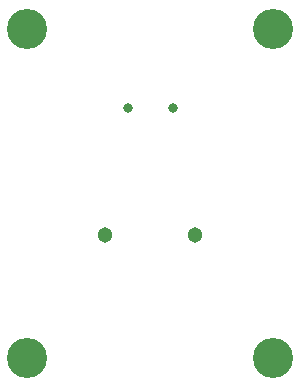
<source format=gbr>
G04 #@! TF.GenerationSoftware,KiCad,Pcbnew,5.1.0-rc2-unknown-036be7d~80~ubuntu16.04.1*
G04 #@! TF.CreationDate,2023-05-22T09:45:20+03:00*
G04 #@! TF.ProjectId,UEXT-MPQ_Rev_A,55455854-2d4d-4505-915f-5265765f412e,A*
G04 #@! TF.SameCoordinates,Original*
G04 #@! TF.FileFunction,Soldermask,Bot*
G04 #@! TF.FilePolarity,Negative*
%FSLAX46Y46*%
G04 Gerber Fmt 4.6, Leading zero omitted, Abs format (unit mm)*
G04 Created by KiCad (PCBNEW 5.1.0-rc2-unknown-036be7d~80~ubuntu16.04.1) date 2023-05-22 09:45:20*
%MOMM*%
%LPD*%
G04 APERTURE LIST*
%ADD10C,0.801600*%
%ADD11C,1.301600*%
%ADD12C,3.401600*%
G04 APERTURE END LIST*
D10*
X88905000Y-136800000D03*
X85095000Y-136800000D03*
D11*
X90810000Y-147500000D03*
X83190000Y-147500000D03*
D12*
X76600000Y-130100000D03*
X97400000Y-130100000D03*
X76600000Y-157900000D03*
X97400000Y-157900000D03*
M02*

</source>
